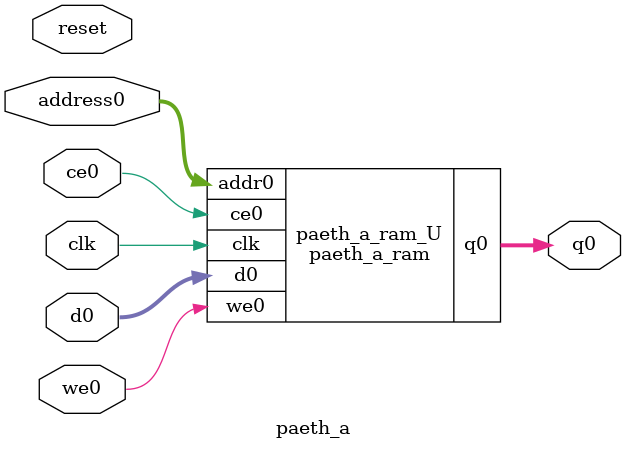
<source format=v>
`timescale 1 ns / 1 ps
module paeth_a_ram (addr0, ce0, d0, we0, q0,  clk);

parameter DWIDTH = 10;
parameter AWIDTH = 24;
parameter MEM_SIZE = 16777216;

input[AWIDTH-1:0] addr0;
input ce0;
input[DWIDTH-1:0] d0;
input we0;
output wire[DWIDTH-1:0] q0;
input clk;

(* ram_style = "block" *)reg [DWIDTH-1:0] ram[0:MEM_SIZE-1];
wire [AWIDTH-1:0] addr0_t0; 
reg [AWIDTH-1:0] addr0_t1; 
wire [DWIDTH-1:0] d0_t0; 
wire we0_t0; 
reg [DWIDTH-1:0] d0_t1; 
reg we0_t1; 
reg [DWIDTH-1:0] q0_t0;
reg [DWIDTH-1:0] q0_t1;


assign addr0_t0 = addr0;
assign d0_t0 = d0;
assign we0_t0 = we0;
assign q0 = q0_t1;

always @(posedge clk)  
begin
    if (ce0) 
    begin
        addr0_t1 <= addr0_t0; 
        d0_t1 <= d0_t0;
        we0_t1 <= we0_t0;
        q0_t1 <= q0_t0;
    end
end


always @(posedge clk)  
begin 
    if (ce0) 
    begin
        if (we0_t1) 
        begin 
            ram[addr0_t1] <= d0_t1; 
        end 
        q0_t0 <= ram[addr0_t1];
    end
end


endmodule

`timescale 1 ns / 1 ps
module paeth_a(
    reset,
    clk,
    address0,
    ce0,
    we0,
    d0,
    q0);

parameter DataWidth = 32'd10;
parameter AddressRange = 32'd16777216;
parameter AddressWidth = 32'd24;
input reset;
input clk;
input[AddressWidth - 1:0] address0;
input ce0;
input we0;
input[DataWidth - 1:0] d0;
output[DataWidth - 1:0] q0;



paeth_a_ram paeth_a_ram_U(
    .clk( clk ),
    .addr0( address0 ),
    .ce0( ce0 ),
    .we0( we0 ),
    .d0( d0 ),
    .q0( q0 ));

endmodule


</source>
